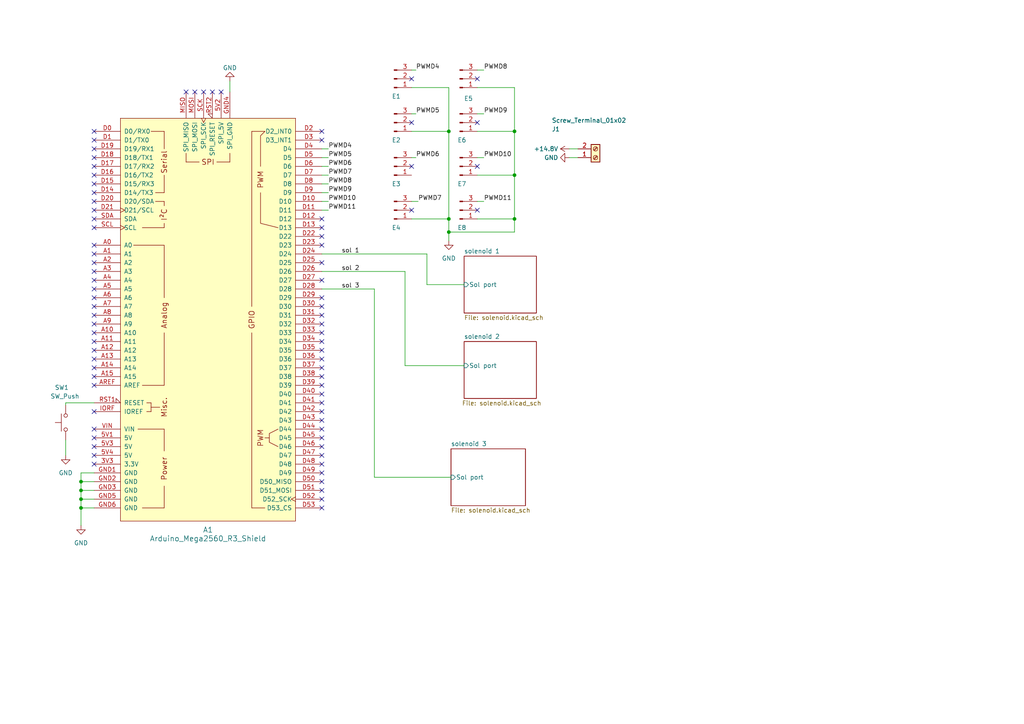
<source format=kicad_sch>
(kicad_sch (version 20230121) (generator eeschema)
  (paper "A4")
  (lib_symbols
    (symbol "Connector:Conn_01x03_Pin" (pin_names (offset 1.016) hide)
      (property "Reference" "J" (at 0 5.08 0))
      (property "Value" "Conn_01x03_Pin" (at 0 -5.08 0))
      (symbol "Conn_01x03_Pin_1_1"
        (polyline (pts (xy 1.27 -2.54) (xy 0.8636 -2.54)) (stroke (width 0.1524)))
        (polyline (pts (xy 1.27 0) (xy 0.8636 0)) (stroke (width 0.1524)))
        (polyline (pts (xy 1.27 2.54) (xy 0.8636 2.54)) (stroke (width 0.1524)))
        (rectangle (start 0.8636 -2.413) (end 0 -2.667) (stroke (width 0.1524)) (fill (type outline)))
        (rectangle (start 0.8636 0.127) (end 0 -0.127) (stroke (width 0.1524)) (fill (type outline)))
        (rectangle (start 0.8636 2.667) (end 0 2.413) (stroke (width 0.1524)) (fill (type outline)))
        (pin passive line (at 5.08 2.54 180) (length 3.81) (name "Pin_1") (number "1"))
        (pin passive line (at 5.08 0 180) (length 3.81) (name "Pin_2") (number "2"))
        (pin passive line (at 5.08 -2.54 180) (length 3.81) (name "Pin_3") (number "3"))
      )
    )
    (symbol "Connector:Screw_Terminal_01x02" (pin_names (offset 1.016) hide)
      (property "Reference" "J" (at 0 2.54 0))
      (property "Value" "Screw_Terminal_01x02" (at 0 -5.08 0))
      (symbol "Screw_Terminal_01x02_1_1"
        (rectangle (start -1.27 1.27) (end 1.27 -3.81) (stroke (width 0.254)) (fill (type background)))
        (circle (center 0 -2.54) (radius 0.635) (stroke (width 0.1524)))
        (polyline (pts (xy -0.5334 -2.2098) (xy 0.3302 -3.048)) (stroke (width 0.1524)))
        (polyline (pts (xy -0.5334 0.3302) (xy 0.3302 -0.508)) (stroke (width 0.1524)))
        (polyline (pts (xy -0.3556 -2.032) (xy 0.508 -2.8702)) (stroke (width 0.1524)))
        (polyline (pts (xy -0.3556 0.508) (xy 0.508 -0.3302)) (stroke (width 0.1524)))
        (circle (center 0 0) (radius 0.635) (stroke (width 0.1524)))
        (pin passive line (at -5.08 0 0) (length 3.81) (name "Pin_1") (number "1"))
        (pin passive line (at -5.08 -2.54 0) (length 3.81) (name "Pin_2") (number "2"))
      )
    )
    (symbol "PCM_arduino-library:Arduino_Mega2560_R3_Shield" (pin_names (offset 1.016))
      (property "Reference" "A" (at 0 -62.23 0))
      (property "Value" "Arduino_Mega2560_R3_Shield" (at 0 -66.04 0))
      (symbol "Arduino_Mega2560_R3_Shield_0_0"
        (rectangle (start -25.4 -58.42) (end 25.4 58.42) (fill (type background)))
        (rectangle (start -20.32 -31.75) (end -12.7 -31.75))
        (rectangle (start -19.05 -54.61) (end -12.7 -54.61))
        (rectangle (start -19.05 -19.05) (end -12.7 -19.05))
        (rectangle (start -19.05 26.67) (end -12.7 26.67))
        (rectangle (start -17.78 -26.67) (end -16.51 -26.67))
        (rectangle (start -17.78 -24.13) (end -16.51 -24.13))
        (rectangle (start -16.51 -25.4) (end -13.97 -25.4))
        (rectangle (start -16.51 -24.13) (end -16.51 -26.67))
        (rectangle (start -16.51 54.61) (end -12.7 54.61))
        (rectangle (start -15.24 34.29) (end -12.7 34.29))
        (rectangle (start -15.24 36.83) (end -12.7 36.83))
        (rectangle (start -12.7 -54.61) (end -12.7 -48.26))
        (rectangle (start -12.7 -31.75) (end -12.7 -38.1))
        (rectangle (start -12.7 26.67) (end -12.7 27.94))
        (rectangle (start -12.7 34.29) (end -12.7 33.02))
        (rectangle (start -12.7 41.91) (end -12.7 36.83))
        (rectangle (start -12.7 49.53) (end -12.7 54.61))
        (rectangle (start -6.35 48.26) (end -6.35 45.72))
        (rectangle (start -2.54 45.72) (end -6.35 45.72))
        (polyline (pts (xy -21.59 21.59) (xy -12.7 21.59)))
        (polyline (pts (xy -12.7 -19.05) (xy -12.7 -3.81)))
        (polyline (pts (xy -12.7 6.35) (xy -12.7 21.59)))
        (polyline (pts (xy 12.7 -54.61) (xy 16.51 -54.61)))
        (polyline (pts (xy 12.7 54.61) (xy 16.51 54.61)))
        (polyline (pts (xy 17.78 -34.29) (xy 16.51 -34.29)))
        (polyline (pts (xy 15.24 36.83) (xy 15.24 27.94) (xy 20.32 26.67)))
        (polyline (pts (xy 15.24 44.45) (xy 15.24 53.34) (xy 16.51 54.61)))
        (polyline (pts (xy 20.32 -31.75) (xy 17.78 -33.02) (xy 17.78 -35.56) (xy 20.32 -36.83)))
        (rectangle (start 6.35 45.72) (end 2.54 45.72))
        (rectangle (start 6.35 48.26) (end 6.35 45.72))
        (text "Analog" (at -12.7 1.27 900) (effects (font (size 1.524 1.524))))
        (text "I²C" (at -12.7 30.48 900) (effects (font (size 1.524 1.524))))
        (text "Misc." (at -12.7 -25.4 900) (effects (font (size 1.524 1.524))))
        (text "Power" (at -12.7 -43.18 900) (effects (font (size 1.524 1.524))))
        (text "PWM" (at 15.24 -34.29 900) (effects (font (size 1.524 1.524))))
        (text "PWM" (at 15.24 40.64 900) (effects (font (size 1.524 1.524))))
        (text "Serial" (at -12.7 45.72 900) (effects (font (size 1.524 1.524))))
        (text "SPI" (at 0 45.72 0) (effects (font (size 1.524 1.524))))
      )
      (symbol "Arduino_Mega2560_R3_Shield_1_0"
        (rectangle (start 12.7 -54.61) (end 12.7 -3.81))
        (rectangle (start 12.7 54.61) (end 12.7 3.81))
        (text "GPIO" (at 12.7 0 900) (effects (font (size 1.524 1.524))))
      )
      (symbol "Arduino_Mega2560_R3_Shield_1_1"
        (pin power_out line (at -33.02 -41.91 0) (length 7.62) (name "3.3V") (number "3V3"))
        (pin power_in line (at -33.02 -34.29 0) (length 7.62) (name "5V") (number "5V1"))
        (pin power_in line (at 3.81 66.04 270) (length 7.62) (name "SPI_5V") (number "5V2"))
        (pin power_in line (at -33.02 -36.83 0) (length 7.62) (name "5V") (number "5V3"))
        (pin power_in line (at -33.02 -39.37 0) (length 7.62) (name "5V") (number "5V4"))
        (pin bidirectional line (at -33.02 21.59 0) (length 7.62) (name "A0") (number "A0"))
        (pin bidirectional line (at -33.02 19.05 0) (length 7.62) (name "A1") (number "A1"))
        (pin bidirectional line (at -33.02 -3.81 0) (length 7.62) (name "A10") (number "A10"))
        (pin bidirectional line (at -33.02 -6.35 0) (length 7.62) (name "A11") (number "A11"))
        (pin bidirectional line (at -33.02 -8.89 0) (length 7.62) (name "A12") (number "A12"))
        (pin bidirectional line (at -33.02 -11.43 0) (length 7.62) (name "A13") (number "A13"))
        (pin bidirectional line (at -33.02 -13.97 0) (length 7.62) (name "A14") (number "A14"))
        (pin bidirectional line (at -33.02 -16.51 0) (length 7.62) (name "A15") (number "A15"))
        (pin bidirectional line (at -33.02 16.51 0) (length 7.62) (name "A2") (number "A2"))
        (pin bidirectional line (at -33.02 13.97 0) (length 7.62) (name "A3") (number "A3"))
        (pin bidirectional line (at -33.02 11.43 0) (length 7.62) (name "A4") (number "A4"))
        (pin bidirectional line (at -33.02 8.89 0) (length 7.62) (name "A5") (number "A5"))
        (pin bidirectional line (at -33.02 6.35 0) (length 7.62) (name "A6") (number "A6"))
        (pin bidirectional line (at -33.02 3.81 0) (length 7.62) (name "A7") (number "A7"))
        (pin bidirectional line (at -33.02 1.27 0) (length 7.62) (name "A8") (number "A8"))
        (pin bidirectional line (at -33.02 -1.27 0) (length 7.62) (name "A9") (number "A9"))
        (pin input line (at -33.02 -19.05 0) (length 7.62) (name "AREF") (number "AREF"))
        (pin bidirectional line (at -33.02 54.61 0) (length 7.62) (name "D0/RX0") (number "D0"))
        (pin bidirectional line (at -33.02 52.07 0) (length 7.62) (name "D1/TX0") (number "D1"))
        (pin bidirectional line (at 33.02 34.29 180) (length 7.62) (name "D10") (number "D10"))
        (pin bidirectional line (at 33.02 31.75 180) (length 7.62) (name "D11") (number "D11"))
        (pin bidirectional line (at 33.02 29.21 180) (length 7.62) (name "D12") (number "D12"))
        (pin bidirectional line (at 33.02 26.67 180) (length 7.62) (name "D13") (number "D13"))
        (pin bidirectional line (at -33.02 36.83 0) (length 7.62) (name "D14/TX3") (number "D14"))
        (pin bidirectional line (at -33.02 39.37 0) (length 7.62) (name "D15/RX3") (number "D15"))
        (pin bidirectional line (at -33.02 41.91 0) (length 7.62) (name "D16/TX2") (number "D16"))
        (pin bidirectional line (at -33.02 44.45 0) (length 7.62) (name "D17/RX2") (number "D17"))
        (pin bidirectional line (at -33.02 46.99 0) (length 7.62) (name "D18/TX1") (number "D18"))
        (pin bidirectional line (at -33.02 49.53 0) (length 7.62) (name "D19/RX1") (number "D19"))
        (pin bidirectional line (at 33.02 54.61 180) (length 7.62) (name "D2_INT0") (number "D2"))
        (pin bidirectional line (at -33.02 34.29 0) (length 7.62) (name "D20/SDA") (number "D20"))
        (pin bidirectional clock (at -33.02 31.75 0) (length 7.62) (name "D21/SCL") (number "D21"))
        (pin bidirectional line (at 33.02 24.13 180) (length 7.62) (name "D22") (number "D22"))
        (pin bidirectional line (at 33.02 21.59 180) (length 7.62) (name "D23") (number "D23"))
        (pin bidirectional line (at 33.02 19.05 180) (length 7.62) (name "D24") (number "D24"))
        (pin bidirectional line (at 33.02 16.51 180) (length 7.62) (name "D25") (number "D25"))
        (pin bidirectional line (at 33.02 13.97 180) (length 7.62) (name "D26") (number "D26"))
        (pin bidirectional line (at 33.02 11.43 180) (length 7.62) (name "D27") (number "D27"))
        (pin bidirectional line (at 33.02 8.89 180) (length 7.62) (name "D28") (number "D28"))
        (pin bidirectional line (at 33.02 6.35 180) (length 7.62) (name "D29") (number "D29"))
        (pin bidirectional line (at 33.02 52.07 180) (length 7.62) (name "D3_INT1") (number "D3"))
        (pin bidirectional line (at 33.02 3.81 180) (length 7.62) (name "D30") (number "D30"))
        (pin bidirectional line (at 33.02 1.27 180) (length 7.62) (name "D31") (number "D31"))
        (pin bidirectional line (at 33.02 -1.27 180) (length 7.62) (name "D32") (number "D32"))
        (pin bidirectional line (at 33.02 -3.81 180) (length 7.62) (name "D33") (number "D33"))
        (pin bidirectional line (at 33.02 -6.35 180) (length 7.62) (name "D34") (number "D34"))
        (pin bidirectional line (at 33.02 -8.89 180) (length 7.62) (name "D35") (number "D35"))
        (pin bidirectional line (at 33.02 -11.43 180) (length 7.62) (name "D36") (number "D36"))
        (pin bidirectional line (at 33.02 -13.97 180) (length 7.62) (name "D37") (number "D37"))
        (pin bidirectional line (at 33.02 -16.51 180) (length 7.62) (name "D38") (number "D38"))
        (pin bidirectional line (at 33.02 -19.05 180) (length 7.62) (name "D39") (number "D39"))
        (pin bidirectional line (at 33.02 49.53 180) (length 7.62) (name "D4") (number "D4"))
        (pin bidirectional line (at 33.02 -21.59 180) (length 7.62) (name "D40") (number "D40"))
        (pin bidirectional line (at 33.02 -24.13 180) (length 7.62) (name "D41") (number "D41"))
        (pin bidirectional line (at 33.02 -26.67 180) (length 7.62) (name "D42") (number "D42"))
        (pin bidirectional line (at 33.02 -29.21 180) (length 7.62) (name "D43") (number "D43"))
        (pin bidirectional line (at 33.02 -31.75 180) (length 7.62) (name "D44") (number "D44"))
        (pin bidirectional line (at 33.02 -34.29 180) (length 7.62) (name "D45") (number "D45"))
        (pin bidirectional line (at 33.02 -36.83 180) (length 7.62) (name "D46") (number "D46"))
        (pin bidirectional line (at 33.02 -39.37 180) (length 7.62) (name "D47") (number "D47"))
        (pin bidirectional line (at 33.02 -41.91 180) (length 7.62) (name "D48") (number "D48"))
        (pin bidirectional line (at 33.02 -44.45 180) (length 7.62) (name "D49") (number "D49"))
        (pin bidirectional line (at 33.02 46.99 180) (length 7.62) (name "D5") (number "D5"))
        (pin bidirectional line (at 33.02 -46.99 180) (length 7.62) (name "D50_MISO") (number "D50"))
        (pin bidirectional line (at 33.02 -49.53 180) (length 7.62) (name "D51_MOSI") (number "D51"))
        (pin bidirectional clock (at 33.02 -52.07 180) (length 7.62) (name "D52_SCK") (number "D52"))
        (pin bidirectional line (at 33.02 -54.61 180) (length 7.62) (name "D53_CS") (number "D53"))
        (pin bidirectional line (at 33.02 44.45 180) (length 7.62) (name "D6") (number "D6"))
        (pin bidirectional line (at 33.02 41.91 180) (length 7.62) (name "D7") (number "D7"))
        (pin bidirectional line (at 33.02 39.37 180) (length 7.62) (name "D8") (number "D8"))
        (pin bidirectional line (at 33.02 36.83 180) (length 7.62) (name "D9") (number "D9"))
        (pin power_in line (at -33.02 -44.45 0) (length 7.62) (name "GND") (number "GND1"))
        (pin power_in line (at -33.02 -46.99 0) (length 7.62) (name "GND") (number "GND2"))
        (pin power_in line (at -33.02 -49.53 0) (length 7.62) (name "GND") (number "GND3"))
        (pin power_in line (at 6.35 66.04 270) (length 7.62) (name "SPI_GND") (number "GND4"))
        (pin power_in line (at -33.02 -52.07 0) (length 7.62) (name "GND") (number "GND5"))
        (pin power_in line (at -33.02 -54.61 0) (length 7.62) (name "GND") (number "GND6"))
        (pin output line (at -33.02 -26.67 0) (length 7.62) (name "IOREF") (number "IORF"))
        (pin input line (at -6.35 66.04 270) (length 7.62) (name "SPI_MISO") (number "MISO"))
        (pin output line (at -3.81 66.04 270) (length 7.62) (name "SPI_MOSI") (number "MOSI"))
        (pin open_collector input_low (at -33.02 -24.13 0) (length 7.62) (name "RESET") (number "RST1"))
        (pin open_collector input_low (at 1.27 66.04 270) (length 7.62) (name "SPI_RESET") (number "RST2"))
        (pin output clock (at -1.27 66.04 270) (length 7.62) (name "SPI_SCK") (number "SCK"))
        (pin bidirectional clock (at -33.02 26.67 0) (length 7.62) (name "SCL") (number "SCL"))
        (pin bidirectional line (at -33.02 29.21 0) (length 7.62) (name "SDA") (number "SDA"))
        (pin power_in line (at -33.02 -31.75 0) (length 7.62) (name "VIN") (number "VIN"))
      )
    )
    (symbol "Switch:SW_Push" (pin_numbers hide) (pin_names (offset 1.016) hide)
      (property "Reference" "SW" (at 1.27 2.54 0))
      (property "Value" "SW_Push" (at 0 -1.524 0))
      (symbol "SW_Push_0_1"
        (circle (center -2.032 0) (radius 0.508))
        (polyline (pts (xy 0 1.27) (xy 0 3.048)))
        (polyline (pts (xy 2.54 1.27) (xy -2.54 1.27)))
        (circle (center 2.032 0) (radius 0.508))
        (pin passive line (at -5.08 0 0) (length 2.54) (name "1") (number "1"))
        (pin passive line (at 5.08 0 180) (length 2.54) (name "2") (number "2"))
      )
    )
    (symbol "power:+12V" (power) (pin_names (offset 0))
      (property "Value" "+14.8V" (at 0 3.175 90))
      (symbol "+12V_0_1"
        (polyline (pts (xy -0.762 1.27) (xy 0 2.54)))
        (polyline (pts (xy 0 0) (xy 0 2.54)))
        (polyline (pts (xy 0 2.54) (xy 0.762 1.27)))
      )
      (symbol "+12V_1_1"
        (pin power_in line (at 0 0 90) (length 0) hide (name "+14.8V") (number "1"))
      )
    )
    (symbol "power:GND" (power) (pin_names (offset 0))
      (property "Value" "GND" (at 0 -3.81 0))
      (symbol "GND_0_1"
        (polyline (pts (xy 0 0) (xy 0 -1.27) (xy 1.27 -1.27) (xy 0 -2.54) (xy -1.27 -1.27) (xy 0 -1.27)))
      )
      (symbol "GND_1_1"
        (pin power_in line (at 0 0 270) (length 0) hide (name "GND") (number "1"))
      )
    )
  )
  (junction (at 130.175 38.1))
  (junction (at 149.225 50.8))
  (junction (at 130.175 67.31))
  (junction (at 23.495 144.78))
  (junction (at 149.225 63.5))
  (junction (at 130.175 63.5))
  (junction (at 23.495 139.7))
  (junction (at 23.495 142.24))
  (junction (at 23.495 147.32))
  (junction (at 149.225 38.1))
  (no_connect (at 93.345 104.14))
  (no_connect (at 64.135 26.67))
  (no_connect (at 27.305 101.6))
  (no_connect (at 93.345 68.58))
  (no_connect (at 93.345 147.32))
  (no_connect (at 93.345 129.54))
  (no_connect (at 93.345 111.76))
  (no_connect (at 93.345 76.2))
  (no_connect (at 27.305 129.54))
  (no_connect (at 93.345 134.62))
  (no_connect (at 27.305 60.96))
  (no_connect (at 93.345 116.84))
  (no_connect (at 93.345 40.64))
  (no_connect (at 27.305 48.26))
  (no_connect (at 27.305 40.64))
  (no_connect (at 61.595 26.67))
  (no_connect (at 27.305 55.88))
  (no_connect (at 27.305 99.06))
  (no_connect (at 138.43 22.86))
  (no_connect (at 93.345 86.36))
  (no_connect (at 56.515 26.67))
  (no_connect (at 27.305 58.42))
  (no_connect (at 93.345 132.08))
  (no_connect (at 119.38 35.56))
  (no_connect (at 93.345 38.1))
  (no_connect (at 27.305 45.72))
  (no_connect (at 93.345 106.68))
  (no_connect (at 27.305 83.82))
  (no_connect (at 27.305 127))
  (no_connect (at 119.38 22.86))
  (no_connect (at 93.345 96.52))
  (no_connect (at 93.345 124.46))
  (no_connect (at 93.345 81.28))
  (no_connect (at 27.305 109.22))
  (no_connect (at 27.305 93.98))
  (no_connect (at 53.975 26.67))
  (no_connect (at 27.305 134.62))
  (no_connect (at 93.345 66.04))
  (no_connect (at 93.345 101.6))
  (no_connect (at 27.305 63.5))
  (no_connect (at 93.345 119.38))
  (no_connect (at 27.305 132.08))
  (no_connect (at 138.43 35.56))
  (no_connect (at 93.345 99.06))
  (no_connect (at 59.055 26.67))
  (no_connect (at 119.38 60.96))
  (no_connect (at 138.43 60.96))
  (no_connect (at 27.305 71.12))
  (no_connect (at 27.305 119.38))
  (no_connect (at 93.345 121.92))
  (no_connect (at 93.345 144.78))
  (no_connect (at 138.43 48.26))
  (no_connect (at 27.305 43.18))
  (no_connect (at 27.305 124.46))
  (no_connect (at 93.345 114.3))
  (no_connect (at 93.345 91.44))
  (no_connect (at 93.345 71.12))
  (no_connect (at 27.305 96.52))
  (no_connect (at 27.305 104.14))
  (no_connect (at 93.345 63.5))
  (no_connect (at 93.345 109.22))
  (no_connect (at 27.305 76.2))
  (no_connect (at 93.345 93.98))
  (no_connect (at 27.305 91.44))
  (no_connect (at 27.305 88.9))
  (no_connect (at 27.305 86.36))
  (no_connect (at 27.305 111.76))
  (no_connect (at 27.305 73.66))
  (no_connect (at 27.305 78.74))
  (no_connect (at 93.345 139.7))
  (no_connect (at 93.345 127))
  (no_connect (at 27.305 38.1))
  (no_connect (at 27.305 106.68))
  (no_connect (at 93.345 142.24))
  (no_connect (at 119.38 48.26))
  (no_connect (at 27.305 53.34))
  (no_connect (at 27.305 50.8))
  (no_connect (at 93.345 88.9))
  (no_connect (at 93.345 137.16))
  (no_connect (at 27.305 81.28))
  (no_connect (at 27.305 66.04))
  (wire (pts (xy 134.62 82.55) (xy 123.825 82.55)))
  (wire (pts (xy 119.38 45.72) (xy 120.65 45.72)))
  (wire (pts (xy 138.43 50.8) (xy 149.225 50.8)))
  (wire (pts (xy 165.1 45.72) (xy 167.64 45.72)))
  (wire (pts (xy 93.345 58.42) (xy 95.25 58.42)))
  (wire (pts (xy 149.225 50.8) (xy 149.225 63.5)))
  (wire (pts (xy 117.475 78.74) (xy 117.475 106.045)))
  (wire (pts (xy 130.81 138.43) (xy 108.585 138.43)))
  (wire (pts (xy 93.345 48.26) (xy 95.25 48.26)))
  (wire (pts (xy 23.495 144.78) (xy 27.305 144.78)))
  (wire (pts (xy 149.225 38.1) (xy 149.225 50.8)))
  (wire (pts (xy 23.495 147.32) (xy 27.305 147.32)))
  (wire (pts (xy 23.495 147.32) (xy 23.495 152.4)))
  (wire (pts (xy 93.345 78.74) (xy 117.475 78.74)))
  (wire (pts (xy 123.825 73.66) (xy 93.345 73.66)))
  (wire (pts (xy 93.345 53.34) (xy 95.25 53.34)))
  (wire (pts (xy 165.1 43.18) (xy 167.64 43.18)))
  (wire (pts (xy 138.43 63.5) (xy 149.225 63.5)))
  (wire (pts (xy 23.495 137.16) (xy 23.495 139.7)))
  (wire (pts (xy 119.38 20.32) (xy 120.65 20.32)))
  (wire (pts (xy 130.175 63.5) (xy 130.175 67.31)))
  (wire (pts (xy 23.495 142.24) (xy 23.495 144.78)))
  (wire (pts (xy 66.675 26.67) (xy 66.675 23.495)))
  (wire (pts (xy 93.345 45.72) (xy 95.25 45.72)))
  (wire (pts (xy 23.495 144.78) (xy 23.495 147.32)))
  (wire (pts (xy 138.43 45.72) (xy 140.335 45.72)))
  (wire (pts (xy 130.175 25.4) (xy 130.175 38.1)))
  (wire (pts (xy 123.825 82.55) (xy 123.825 73.66)))
  (wire (pts (xy 138.43 33.02) (xy 140.335 33.02)))
  (wire (pts (xy 93.345 60.96) (xy 95.25 60.96)))
  (wire (pts (xy 19.05 127.635) (xy 19.05 132.08)))
  (wire (pts (xy 119.38 38.1) (xy 130.175 38.1)))
  (wire (pts (xy 108.585 138.43) (xy 108.585 83.82)))
  (wire (pts (xy 119.38 58.42) (xy 121.285 58.42)))
  (wire (pts (xy 23.495 142.24) (xy 27.305 142.24)))
  (wire (pts (xy 130.175 69.85) (xy 130.175 67.31)))
  (wire (pts (xy 23.495 139.7) (xy 23.495 142.24)))
  (wire (pts (xy 149.225 25.4) (xy 149.225 38.1)))
  (wire (pts (xy 149.225 67.31) (xy 130.175 67.31)))
  (wire (pts (xy 23.495 139.7) (xy 27.305 139.7)))
  (wire (pts (xy 27.305 137.16) (xy 23.495 137.16)))
  (wire (pts (xy 138.43 58.42) (xy 140.335 58.42)))
  (wire (pts (xy 140.335 20.32) (xy 138.43 20.32)))
  (wire (pts (xy 119.38 63.5) (xy 130.175 63.5)))
  (wire (pts (xy 117.475 106.045) (xy 134.62 106.045)))
  (wire (pts (xy 130.175 38.1) (xy 130.175 63.5)))
  (wire (pts (xy 119.38 33.02) (xy 120.65 33.02)))
  (wire (pts (xy 27.305 116.84) (xy 19.05 116.84)))
  (wire (pts (xy 19.05 116.84) (xy 19.05 117.475)))
  (wire (pts (xy 93.345 43.18) (xy 95.25 43.18)))
  (wire (pts (xy 138.43 38.1) (xy 149.225 38.1)))
  (wire (pts (xy 108.585 83.82) (xy 93.345 83.82)))
  (wire (pts (xy 138.43 25.4) (xy 149.225 25.4)))
  (wire (pts (xy 149.225 63.5) (xy 149.225 67.31)))
  (wire (pts (xy 93.345 55.88) (xy 95.25 55.88)))
  (wire (pts (xy 93.345 50.8) (xy 95.25 50.8)))
  (wire (pts (xy 119.38 25.4) (xy 130.175 25.4)))
  (label "PWMD10" (at 140.335 45.72 0))
  (label "PWMD7" (at 121.285 58.42 0))
  (label "sol 2" (at 99.06 78.74 0))
  (label "PWMD4" (at 95.25 43.18 0))
  (label "PWMD6" (at 95.25 48.26 0))
  (label "PWMD11" (at 140.335 58.42 0))
  (label "PWMD4" (at 120.65 20.32 0))
  (label "sol 1" (at 99.06 73.66 0))
  (label "PWMD8" (at 95.25 53.34 0))
  (label "PWMD10" (at 95.25 58.42 0))
  (label "PWMD8" (at 140.335 20.32 0))
  (label "PWMD7" (at 95.25 50.8 0))
  (label "sol 3" (at 99.06 83.82 0))
  (label "PWMD5" (at 95.25 45.72 0))
  (label "PWMD5" (at 120.65 33.02 0))
  (label "PWMD11" (at 95.25 60.96 0))
  (label "PWMD6" (at 120.65 45.72 0))
  (label "PWMD9" (at 95.25 55.88 0))
  (label "PWMD9" (at 140.335 33.02 0))
  (symbol (lib_id "Switch:SW_Push") (at 19.05 122.555 90) (unit 1)
    (property "Reference" "SW1" (at 15.875 112.395 90) (effects (justify right)))
    (property "Value" "SW_Push" (at 14.605 114.935 90) (effects (justify right)))
    (property "Footprint" "Button_Switch_THT:SW_PUSH_6mm" (effects hide))
  )
  (symbol (lib_id "PCM_arduino-library:Arduino_Mega2560_R3_Shield") (at 60.325 92.71 0) (unit 1)
    (property "Reference" "A1" (at 60.325 153.67 0) (effects (font (size 1.524 1.524))))
    (property "Value" "Arduino_Mega2560_R3_Shield" (at 60.325 156.21 0) (effects (font (size 1.524 1.524))))
    (property "Footprint" "PCM_arduino-library:Arduino_Mega2560_R3_Shield" (effects hide))
    (property "Datasheet" "https://docs.arduino.cc/hardware/mega-2560" (effects hide))
  )
  (symbol (lib_id "power:GND") (at 165.1 45.72 270) (unit 1)
    (property "Reference" "#PWR06" (effects hide))
    (property "Value" "GND" (at 161.925 45.72 90) (effects (justify right)))
  )
  (symbol (lib_id "power:GND") (at 23.495 152.4 0) (unit 1)
    (property "Reference" "#PWR02" (effects hide))
    (property "Value" "GND" (at 23.495 157.48 0))
  )
  (symbol (lib_id "Connector:Conn_01x03_Pin") (at 133.35 22.86 0) (mirror x) (unit 1)
    (property "Reference" "E5" (at 135.89 28.575 0))
    (property "Value" "Conn_01x03_Pin" (effects hide))
    (property "Footprint" "Connector_PinHeader_2.00mm:PinHeader_1x03_P2.00mm_Vertical" (effects hide))
  )
  (symbol (lib_id "Connector:Conn_01x03_Pin") (at 114.3 48.26 0) (mirror x) (unit 1)
    (property "Reference" "E3" (at 114.935 53.34 0))
    (property "Value" "Conn_01x03_Pin" (effects hide))
    (property "Footprint" "Connector_PinHeader_2.00mm:PinHeader_1x03_P2.00mm_Vertical" (effects hide))
  )
  (symbol (lib_id "power:GND") (at 66.675 23.495 180) (unit 1)
    (property "Reference" "#PWR012" (effects hide))
    (property "Value" "GND" (at 66.675 19.685 0))
  )
  (symbol (lib_id "Connector:Conn_01x03_Pin") (at 114.3 60.96 0) (mirror x) (unit 1)
    (property "Reference" "E4" (at 114.935 66.04 0))
    (property "Value" "Conn_01x03_Pin" (effects hide))
    (property "Footprint" "Connector_PinHeader_2.00mm:PinHeader_1x03_P2.00mm_Vertical" (effects hide))
  )
  (symbol (lib_id "Connector:Conn_01x03_Pin") (at 114.3 22.86 0) (mirror x) (unit 1)
    (property "Reference" "E1" (at 114.935 27.94 0))
    (property "Value" "Conn_01x03_Pin" (effects hide))
    (property "Footprint" "Connector_PinHeader_2.00mm:PinHeader_1x03_P2.00mm_Vertical" (effects hide))
  )
  (symbol (lib_id "Connector:Conn_01x03_Pin") (at 133.35 60.96 0) (mirror x) (unit 1)
    (property "Reference" "E8" (at 133.985 66.04 0))
    (property "Value" "Conn_01x03_Pin" (effects hide))
    (property "Footprint" "Connector_PinHeader_2.00mm:PinHeader_1x03_P2.00mm_Vertical" (effects hide))
  )
  (symbol (lib_id "power:GND") (at 19.05 132.08 0) (unit 1)
    (property "Reference" "#PWR08" (effects hide))
    (property "Value" "GND" (at 19.05 137.16 0))
  )
  (symbol (lib_id "Connector:Conn_01x03_Pin") (at 133.35 35.56 0) (mirror x) (unit 1)
    (property "Reference" "E6" (at 133.985 40.64 0))
    (property "Value" "Conn_01x03_Pin" (effects hide))
    (property "Footprint" "Connector_PinHeader_2.00mm:PinHeader_1x03_P2.00mm_Vertical" (effects hide))
  )
  (symbol (lib_id "Connector:Conn_01x03_Pin") (at 114.3 35.56 0) (mirror x) (unit 1)
    (property "Reference" "E2" (at 114.935 40.64 0))
    (property "Value" "Conn_01x03_Pin" (effects hide))
    (property "Footprint" "Connector_PinHeader_2.00mm:PinHeader_1x03_P2.00mm_Vertical" (effects hide))
  )
  (symbol (lib_id "power:GND") (at 130.175 69.85 0) (unit 1)
    (property "Reference" "#PWR01" (effects hide))
    (property "Value" "GND" (at 130.175 74.93 0))
  )
  (symbol (lib_id "power:+12V") (at 165.1 43.18 90) (unit 1)
    (property "Reference" "#PWR04" (effects hide))
    (property "Value" "+14.8V" (at 161.925 43.18 90) (effects (justify left)))
  )
  (symbol (lib_id "Connector:Screw_Terminal_01x02") (at 172.72 45.72 0) (mirror x) (unit 1)
    (property "Reference" "J1" (at 160.02 37.465 0) (effects (justify left)))
    (property "Value" "Screw_Terminal_01x02" (at 160.02 34.925 0) (effects (justify left)))
    (property "Footprint" "Library:TE_282836-2" (effects hide))
  )
  (symbol (lib_id "Connector:Conn_01x03_Pin") (at 133.35 48.26 0) (mirror x) (unit 1)
    (property "Reference" "E7" (at 133.985 53.34 0))
    (property "Value" "Conn_01x03_Pin" (effects hide))
    (property "Footprint" "Connector_PinHeader_2.00mm:PinHeader_1x03_P2.00mm_Vertical" (effects hide))
  )
  (sheet (at 134.62 99.06) (size 20.955 16.51) (stroke (width 0.1524))
    (property "Sheetname" "solenoid 2" (at 134.62 98.3484 0) (effects (justify left bottom)))
    (property "Sheetfile" "solenoid.kicad_sch" (at 133.985 116.205 0) (effects (justify left top)))
    (pin "Sol port" input (at 134.62 106.045 180))
  )
  (sheet (at 134.62 74.295) (size 20.955 16.51) (stroke (width 0.1524))
    (property "Sheetname" "solenoid 1" (at 134.62 73.5834 0) (effects (justify left bottom)))
    (property "Sheetfile" "solenoid.kicad_sch" (at 134.62 91.3896 0) (effects (justify left top)))
    (pin "Sol port" input (at 134.62 82.55 180))
  )
  (sheet (at 130.81 130.175) (size 21.59 16.51) (stroke (width 0.1524))
    (property "Sheetname" "solenoid 3" (at 130.81 129.4634 0) (effects (justify left bottom)))
    (property "Sheetfile" "solenoid.kicad_sch" (at 130.81 147.2696 0) (effects (justify left top)))
    (pin "Sol port" input (at 130.81 138.43 180))
  )
)
</source>
